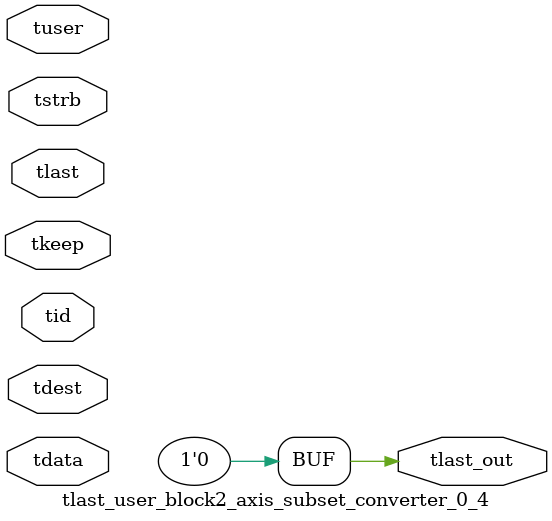
<source format=v>


`timescale 1ps/1ps

module tlast_user_block2_axis_subset_converter_0_4 #
(
parameter C_S_AXIS_TID_WIDTH   = 1,
parameter C_S_AXIS_TUSER_WIDTH = 0,
parameter C_S_AXIS_TDATA_WIDTH = 0,
parameter C_S_AXIS_TDEST_WIDTH = 0
)
(
input  [(C_S_AXIS_TID_WIDTH   == 0 ? 1 : C_S_AXIS_TID_WIDTH)-1:0       ] tid,
input  [(C_S_AXIS_TDATA_WIDTH == 0 ? 1 : C_S_AXIS_TDATA_WIDTH)-1:0     ] tdata,
input  [(C_S_AXIS_TUSER_WIDTH == 0 ? 1 : C_S_AXIS_TUSER_WIDTH)-1:0     ] tuser,
input  [(C_S_AXIS_TDEST_WIDTH == 0 ? 1 : C_S_AXIS_TDEST_WIDTH)-1:0     ] tdest,
input  [(C_S_AXIS_TDATA_WIDTH/8)-1:0 ] tkeep,
input  [(C_S_AXIS_TDATA_WIDTH/8)-1:0 ] tstrb,
input  [0:0]                                                             tlast,
output                                                                   tlast_out
);

assign tlast_out = {1'b0};

endmodule


</source>
